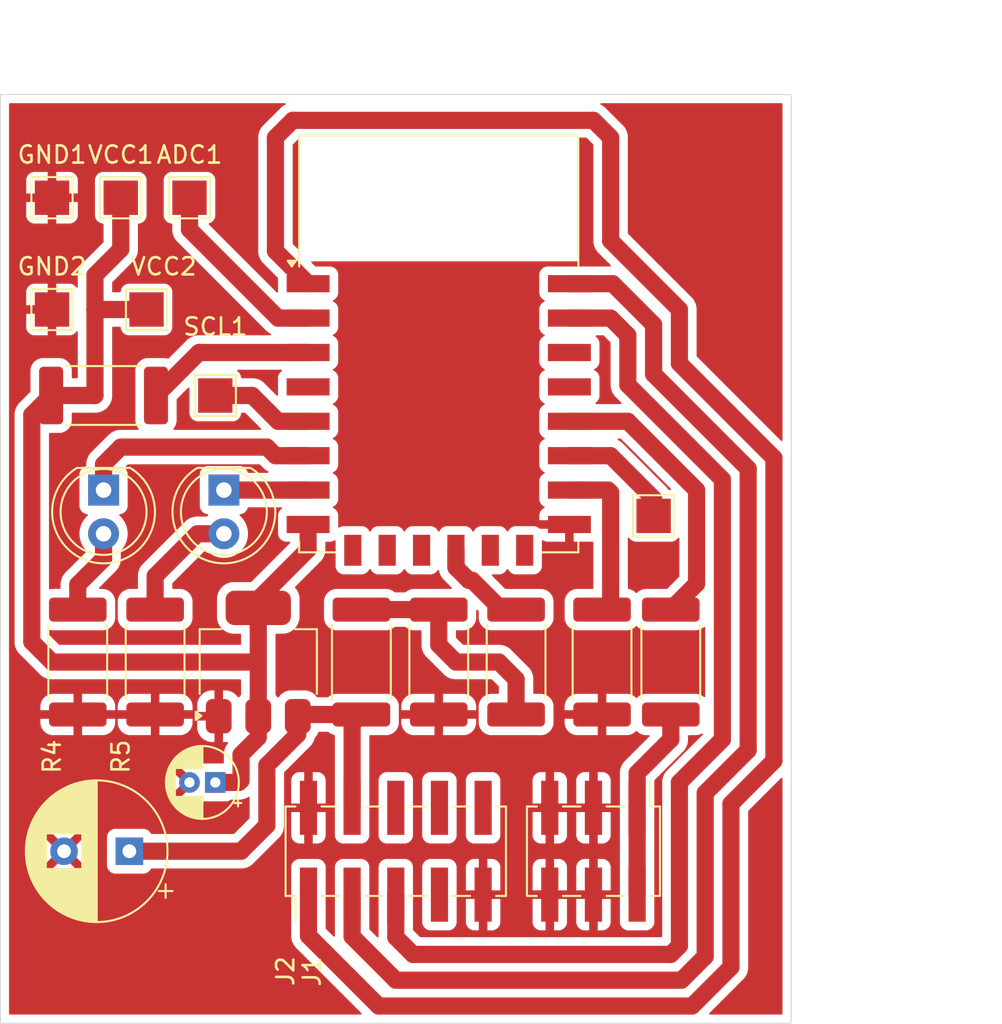
<source format=kicad_pcb>
(kicad_pcb (version 20240108) (generator "pcbnew") (generator_version "8.0")
  (layers (0 "F.Cu" signal) (31 "B.Cu" signal) (34 "B.Paste" user) (35 "F.Paste" user) (36 "B.SilkS" user "B.Silkscreen") (37 "F.SilkS" user "F.Silkscreen") (38 "B.Mask" user) (39 "F.Mask" user) (44 "Edge.Cuts" user))
  (net 0 "")
  (net 1 "Net-(U1-EN)")
  (net 2 "Net-(U1-GPIO15)")
  (net 7 "TX")
  (net 8 "Net-(U1-GPIO10)")
  (net 9 "RESET")
  (net 10 "RX")
  (net 15 "Net-(U1-GPIO0)")
  (net 16 "+BATT")
  (net 17 "Net-(D1-K)")
  (net 18 "Net-(D1-A)")
  (net 19 "Net-(D2-K)")
  (net 20 "Net-(D2-A)")
  (net 21 "Net-(J1-Pin_1)")
  (net 22 "Net-(U1-ADC)")
  (net 23 "-BATT")
  (net 24 "Net-(U1-VCC)")
  (net 25 "Net-(U1-GPIO14)")
  (net 26 "Net-(U1-GPIO2)")
  (net 27 "Net-(R6-Pad2)")
  (footprint "Resistor_SMD:R_2512_6332Metric_Pad1.40x3.35mm_HandSolder" (layer "F.Cu") (at 112.5 92)
    (property "Reference" "R1" (hide yes))
    (property "Value" "10k" (hide yes))
    (pad "1" smd roundrect (at -3.05 0) (size 1.4 3.35) (layers "F.Cu" "F.Paste" "F.Mask") (roundrect_rratio 0.178571) (net 24 "Net-(U1-VCC)"))
    (pad "2" smd roundrect (at 3.05 0) (size 1.4 3.35) (layers "F.Cu" "F.Paste" "F.Mask") (roundrect_rratio 0.178571) (net 1 "Net-(U1-EN)"))
  )
  (footprint "TestPoint:TestPoint_Pad_2.0x2.0mm" (layer "F.Cu") (at 144.5 99)
    (property "Reference" "SDA1" (hide yes))
    (property "Value" "OUT" (hide yes))
    (pad "1" smd rect (at 0 0) (size 2 2) (layers "F.Cu" "F.Mask") (net 26 "Net-(U1-GPIO2)"))
  )
  (footprint "TestPoint:TestPoint_Pad_2.0x2.0mm" (layer "F.Cu") (at 109.5 87)
    (property "Reference" "GND2" (at 0 -2.5 0) (layer "F.SilkS"))
    (property "Value" "OUT")
    (pad "1" smd rect (at 0 0) (size 2 2) (layers "F.Cu" "F.Mask") (net 23 "-BATT"))
  )
  (footprint "Resistor_SMD:R_2512_6332Metric_Pad1.40x3.35mm_HandSolder" (layer "F.Cu") (at 141.5 107.5 -90)
    (property "Reference" "R2" (hide yes))
    (property "Value" "10k" (hide yes))
    (pad "1" smd roundrect (at -3.05 0 270) (size 1.4 3.35) (layers "F.Cu" "F.Paste" "F.Mask") (roundrect_rratio 0.178571) (net 2 "Net-(U1-GPIO15)"))
    (pad "2" smd roundrect (at 3.05 0 270) (size 1.4 3.35) (layers "F.Cu" "F.Paste" "F.Mask") (roundrect_rratio 0.178571) (net 23 "-BATT"))
  )
  (footprint "LED_THT:LED_D5.0mm" (layer "F.Cu") (at 119.5 97.5 -90)
    (property "Reference" "D2" (hide yes))
    (property "Value" "LED" (hide yes))
    (pad "1" thru_hole rect (at 0 0 270) (size 1.8 1.8) (drill 0.9) (layers "*.Cu" "*.Mask") (net 19 "Net-(D2-K)"))
    (pad "2" thru_hole circle (at 2.54 0 270) (size 1.8 1.8) (drill 0.9) (layers "*.Cu" "*.Mask") (net 20 "Net-(D2-A)"))
  )
  (footprint "Resistor_SMD:R_2512_6332Metric_Pad1.40x3.35mm_HandSolder" (layer "F.Cu") (at 145.5 107.5 90)
    (property "Reference" "R3" (hide yes))
    (property "Value" "10k" (hide yes))
    (pad "1" smd roundrect (at -3.05 0 90) (size 1.4 3.35) (layers "F.Cu" "F.Paste" "F.Mask") (roundrect_rratio 0.178571) (net 21 "Net-(J1-Pin_1)"))
    (pad "2" smd roundrect (at 3.05 0 90) (size 1.4 3.35) (layers "F.Cu" "F.Paste" "F.Mask") (roundrect_rratio 0.178571) (net 15 "Net-(U1-GPIO0)"))
  )
  (footprint "Capacitor_THT:CP_Radial_D4.0mm_P1.50mm" (layer "F.Cu") (at 119 114.5 180)
    (property "Reference" "C2" (hide yes))
    (property "Value" "10v 47UF" (hide yes))
    (pad "1" thru_hole rect (at 0 0 180) (size 1.2 1.2) (drill 0.6) (layers "*.Cu" "*.Mask") (net 24 "Net-(U1-VCC)"))
    (pad "2" thru_hole circle (at 1.5 0 180) (size 1.2 1.2) (drill 0.6) (layers "*.Cu" "*.Mask") (net 23 "-BATT"))
  )
  (footprint "Package_TO_SOT_SMD:SOT-223-3_TabPin2" (layer "F.Cu") (at 121.5 107.5 90)
    (property "Reference" "U2" (hide yes))
    (property "Value" "AMS1117-3.3" (hide yes))
    (pad "1" smd roundrect (at -3.15 -2.3 90) (size 2 1.5) (layers "F.Cu" "F.Paste" "F.Mask") (net 23 "-BATT"))
    (pad "2" smd roundrect (at -3.149999 0 90) (size 2 1.5) (layers "F.Cu" "F.Paste" "F.Mask") (net 24 "Net-(U1-VCC)"))
    (pad "2" smd roundrect (at 3.149999 0 90) (size 2 3.8) (layers "F.Cu" "F.Paste" "F.Mask") (net 24 "Net-(U1-VCC)"))
    (pad "3" smd roundrect (at -3.15 2.3 90) (size 2 1.5) (layers "F.Cu" "F.Paste" "F.Mask") (net 16 "+BATT"))
  )
  (footprint "TestPoint:TestPoint_Pad_2.0x2.0mm" (layer "F.Cu") (at 119 92)
    (property "Reference" "SCL1" (at 0 -4 0) (layer "F.SilkS"))
    (property "Value" "OUT")
    (pad "1" smd rect (at 0 0) (size 2 2) (layers "F.Cu" "F.Mask") (net 25 "Net-(U1-GPIO14)"))
  )
  (footprint "Resistor_SMD:R_2512_6332Metric_Pad1.40x3.35mm_HandSolder" (layer "F.Cu") (at 136.5 107.5 90)
    (property "Reference" "R8" (hide yes))
    (property "Value" "10k" (hide yes))
    (pad "1" smd roundrect (at -3.05 0 90) (size 1.4 3.35) (layers "F.Cu" "F.Paste" "F.Mask") (roundrect_rratio 0.178571) (net 27 "Net-(R6-Pad2)"))
    (pad "2" smd roundrect (at 3.05 0 90) (size 1.4 3.35) (layers "F.Cu" "F.Paste" "F.Mask") (roundrect_rratio 0.178571) (net 8 "Net-(U1-GPIO10)"))
  )
  (footprint "TestPoint:TestPoint_Pad_2.0x2.0mm" (layer "F.Cu") (at 115 87)
    (property "Reference" "VCC2" (at 1 -2.5 0) (layer "F.SilkS"))
    (property "Value" "OUT")
    (pad "1" smd rect (at 0 0) (size 2 2) (layers "F.Cu" "F.Mask") (net 24 "Net-(U1-VCC)"))
  )
  (footprint "TestPoint:TestPoint_Pad_2.0x2.0mm" (layer "F.Cu") (at 109.5 80.5)
    (property "Reference" "GND1" (at 0 -2.5 0) (layer "F.SilkS"))
    (property "Value" "OUT")
    (pad "1" smd rect (at 0 0) (size 2 2) (layers "F.Cu" "F.Mask") (net 23 "-BATT"))
  )
  (footprint "Connector_PinHeader_2.54mm:PinHeader_2x05_P2.54mm_Vertical_SMD" (layer "F.Cu") (at 129.5 118.5 90)
    (property "Reference" "J2" (at -6.975 -6.42 90) (layer "F.SilkS"))
    (property "Value" "input" (hide yes))
    (pad "1" smd rect (at -2.525 -5.08 90) (size 3.15 1) (layers "F.Cu" "F.Paste" "F.Mask") (net 9 "RESET"))
    (pad "2" smd rect (at 2.525 -5.08 90) (size 3.15 1) (layers "F.Cu" "F.Paste" "F.Mask") (net 23 "-BATT"))
    (pad "3" smd rect (at -2.525 -2.54 90) (size 3.15 1) (layers "F.Cu" "F.Paste" "F.Mask") (net 7 "TX"))
    (pad "4" smd rect (at 2.525 -2.54 90) (size 3.15 1) (layers "F.Cu" "F.Paste" "F.Mask") (net 16 "+BATT"))
    (pad "5" smd rect (at -2.525001 0 90) (size 3.15 1) (layers "F.Cu" "F.Paste" "F.Mask") (net 10 "RX"))
    (pad "6" smd rect (at 2.525001 0 90) (size 3.15 1) (layers "F.Cu" "F.Paste" "F.Mask") (net 10 "RX"))
    (pad "7" smd rect (at -2.525 2.54 90) (size 3.15 1) (layers "F.Cu" "F.Paste" "F.Mask") (net 16 "+BATT"))
    (pad "8" smd rect (at 2.525 2.54 90) (size 3.15 1) (layers "F.Cu" "F.Paste" "F.Mask") (net 7 "TX"))
    (pad "9" smd rect (at -2.525 5.08 90) (size 3.15 1) (layers "F.Cu" "F.Paste" "F.Mask") (net 23 "-BATT"))
    (pad "10" smd rect (at 2.525 5.08 90) (size 3.15 1) (layers "F.Cu" "F.Paste" "F.Mask") (net 9 "RESET"))
  )
  (footprint "LED_THT:LED_D5.0mm" (layer "F.Cu") (at 112.5 97.5 -90)
    (property "Reference" "D1" (hide yes))
    (property "Value" "LED" (hide yes))
    (pad "1" thru_hole rect (at 0 0 270) (size 1.8 1.8) (drill 0.9) (layers "*.Cu" "*.Mask") (net 17 "Net-(D1-K)"))
    (pad "2" thru_hole circle (at 2.54 0 270) (size 1.8 1.8) (drill 0.9) (layers "*.Cu" "*.Mask") (net 18 "Net-(D1-A)"))
  )
  (footprint "RF_Module:ESP-12E" (layer "F.Cu") (at 132 89)
    (property "Reference" "U1" (hide yes))
    (property "Value" "ESP-12F" (hide yes))
    (pad "1" smd rect (at -7.6 -3.5) (size 2.5 1) (layers "F.Cu" "F.Paste" "F.Mask") (net 9 "RESET"))
    (pad "2" smd rect (at -7.6 -1.5) (size 2.5 1) (layers "F.Cu" "F.Paste" "F.Mask") (net 22 "Net-(U1-ADC)"))
    (pad "3" smd rect (at -7.6 0.5) (size 2.5 1) (layers "F.Cu" "F.Paste" "F.Mask") (net 1 "Net-(U1-EN)"))
    (pad "4" smd rect (at -7.6 2.5) (size 2.5 1) (layers "F.Cu" "F.Paste" "F.Mask"))
    (pad "5" smd rect (at -7.6 4.5) (size 2.5 1) (layers "F.Cu" "F.Paste" "F.Mask") (net 25 "Net-(U1-GPIO14)"))
    (pad "6" smd rect (at -7.6 6.5) (size 2.5 1) (layers "F.Cu" "F.Paste" "F.Mask") (net 17 "Net-(D1-K)"))
    (pad "7" smd rect (at -7.6 8.5) (size 2.5 1) (layers "F.Cu" "F.Paste" "F.Mask") (net 19 "Net-(D2-K)"))
    (pad "8" smd rect (at -7.6 10.5) (size 2.5 1) (layers "F.Cu" "F.Paste" "F.Mask") (net 24 "Net-(U1-VCC)"))
    (pad "9" smd rect (at -5 12) (size 1 1.8) (layers "F.Cu" "F.Paste" "F.Mask"))
    (pad "10" smd rect (at -3 12) (size 1 1.8) (layers "F.Cu" "F.Paste" "F.Mask"))
    (pad "11" smd rect (at -1 12) (size 1 1.8) (layers "F.Cu" "F.Paste" "F.Mask"))
    (pad "12" smd rect (at 1 12) (size 1 1.8) (layers "F.Cu" "F.Paste" "F.Mask") (net 8 "Net-(U1-GPIO10)"))
    (pad "13" smd rect (at 3 12) (size 1 1.8) (layers "F.Cu" "F.Paste" "F.Mask"))
    (pad "14" smd rect (at 5 12) (size 1 1.8) (layers "F.Cu" "F.Paste" "F.Mask"))
    (pad "15" smd rect (at 7.6 10.5) (size 2.5 1) (layers "F.Cu" "F.Paste" "F.Mask") (net 23 "-BATT"))
    (pad "16" smd rect (at 7.6 8.5) (size 2.5 1) (layers "F.Cu" "F.Paste" "F.Mask") (net 2 "Net-(U1-GPIO15)"))
    (pad "17" smd rect (at 7.6 6.5) (size 2.5 1) (layers "F.Cu" "F.Paste" "F.Mask") (net 26 "Net-(U1-GPIO2)"))
    (pad "18" smd rect (at 7.6 4.5) (size 2.5 1) (layers "F.Cu" "F.Paste" "F.Mask") (net 15 "Net-(U1-GPIO0)"))
    (pad "19" smd rect (at 7.6 2.5) (size 2.5 1) (layers "F.Cu" "F.Paste" "F.Mask"))
    (pad "20" smd rect (at 7.6 0.5) (size 2.5 1) (layers "F.Cu" "F.Paste" "F.Mask"))
    (pad "21" smd rect (at 7.6 -1.5) (size 2.5 1) (layers "F.Cu" "F.Paste" "F.Mask") (net 10 "RX"))
    (pad "22" smd rect (at 7.6 -3.5) (size 2.5 1) (layers "F.Cu" "F.Paste" "F.Mask") (net 7 "TX"))
    (zone (net 0) (net_name "") (layers "*.Cu") (connect_pads (clearance 0)) (min_thickness 0.254)
      (keepout (tracks not_allowed) (vias not_allowed) (pads not_allowed) (copperpour not_allowed) (footprints not_allowed))
      (fill (thermal_gap 0.508) (thermal_bridge_width 0.508))
      (polygon (pts (xy 123.88 84.2) (xy 140.12 84.2) (xy 140.12 76.88) (xy 123.88 76.88)))
    )
  )
  (footprint "Resistor_SMD:R_2512_6332Metric_Pad1.40x3.35mm_HandSolder" (layer "F.Cu") (at 111 107.5 90)
    (property "Reference" "R4" (at -5.5 -1.5 90) (layer "F.SilkS"))
    (property "Value" "200" (hide yes))
    (pad "1" smd roundrect (at -3.05 0 90) (size 1.4 3.35) (layers "F.Cu" "F.Paste" "F.Mask") (roundrect_rratio 0.178571) (net 23 "-BATT"))
    (pad "2" smd roundrect (at 3.05 0 90) (size 1.4 3.35) (layers "F.Cu" "F.Paste" "F.Mask") (roundrect_rratio 0.178571) (net 18 "Net-(D1-A)"))
  )
  (footprint "Capacitor_THT:CP_Radial_D8.0mm_P3.80mm" (layer "F.Cu") (at 114 118.5 180)
    (property "Reference" "C1" (hide yes))
    (property "Value" "10V 1000UF" (hide yes))
    (pad "1" thru_hole rect (at 0 0 180) (size 1.6 1.6) (drill 0.8) (layers "*.Cu" "*.Mask") (net 16 "+BATT"))
    (pad "2" thru_hole circle (at 3.8 0 180) (size 1.6 1.6) (drill 0.8) (layers "*.Cu" "*.Mask") (net 23 "-BATT"))
  )
  (footprint "TestPoint:TestPoint_Pad_2.0x2.0mm" (layer "F.Cu") (at 117.5 80.5)
    (property "Reference" "ADC1" (at 0 -2.5 0) (layer "F.SilkS"))
    (property "Value" "OUT")
    (pad "1" smd rect (at 0 0) (size 2 2) (layers "F.Cu" "F.Mask") (net 22 "Net-(U1-ADC)"))
  )
  (footprint "Resistor_SMD:R_2512_6332Metric_Pad1.40x3.35mm_HandSolder" (layer "F.Cu") (at 115.5 107.5 90)
    (property "Reference" "R5" (at -5.5 -2 90) (layer "F.SilkS"))
    (property "Value" "200" (hide yes))
    (pad "1" smd roundrect (at -3.05 0 90) (size 1.4 3.35) (layers "F.Cu" "F.Paste" "F.Mask") (roundrect_rratio 0.178571) (net 23 "-BATT"))
    (pad "2" smd roundrect (at 3.05 0 90) (size 1.4 3.35) (layers "F.Cu" "F.Paste" "F.Mask") (roundrect_rratio 0.178571) (net 20 "Net-(D2-A)"))
  )
  (footprint "TestPoint:TestPoint_Pad_2.0x2.0mm" (layer "F.Cu") (at 113.5 80.5)
    (property "Reference" "VCC1" (at 0 -2.5 0) (layer "F.SilkS"))
    (property "Value" "OUT")
    (pad "1" smd rect (at 0 0) (size 2 2) (layers "F.Cu" "F.Mask") (net 24 "Net-(U1-VCC)"))
  )
  (footprint "Connector_PinHeader_2.54mm:PinHeader_2x03_P2.54mm_Vertical_SMD" (layer "F.Cu") (at 141 118.5 -90)
    (property "Reference" "J1" (at 7 16.38 90) (layer "F.SilkS"))
    (property "Value" "Boot Switch" (hide yes))
    (pad "1" smd rect (at -2.525 -2.54 270) (size 3.15 1) (layers "F.Cu" "F.Paste" "F.Mask") (net 21 "Net-(J1-Pin_1)"))
    (pad "2" smd rect (at -2.525001 0 270) (size 3.15 1) (layers "F.Cu" "F.Paste" "F.Mask") (net 23 "-BATT"))
    (pad "3" smd rect (at -2.525 2.54 270) (size 3.15 1) (layers "F.Cu" "F.Paste" "F.Mask") (net 23 "-BATT"))
    (pad "4" smd rect (at 2.525 -2.54 270) (size 3.15 1) (layers "F.Cu" "F.Paste" "F.Mask") (net 21 "Net-(J1-Pin_1)"))
    (pad "5" smd rect (at 2.525001 0 270) (size 3.15 1) (layers "F.Cu" "F.Paste" "F.Mask") (net 23 "-BATT"))
    (pad "6" smd rect (at 2.525 2.54 270) (size 3.15 1) (layers "F.Cu" "F.Paste" "F.Mask") (net 23 "-BATT"))
  )
  (footprint "Resistor_SMD:R_2512_6332Metric_Pad1.40x3.35mm_HandSolder" (layer "F.Cu") (at 132 107.5 -90)
    (property "Reference" "R7" (hide yes))
    (property "Value" "idk" (hide yes))
    (pad "1" smd roundrect (at -3.05 0 270) (size 1.4 3.35) (layers "F.Cu" "F.Paste" "F.Mask") (roundrect_rratio 0.178571) (net 27 "Net-(R6-Pad2)"))
    (pad "2" smd roundrect (at 3.05 0 270) (size 1.4 3.35) (layers "F.Cu" "F.Paste" "F.Mask") (roundrect_rratio 0.178571) (net 23 "-BATT"))
  )
  (footprint "Resistor_SMD:R_2512_6332Metric_Pad1.40x3.35mm_HandSolder" (layer "F.Cu") (at 127.5 107.5 90)
    (property "Reference" "R6" (hide yes))
    (property "Value" "idk" (hide yes))
    (pad "1" smd roundrect (at -3.05 0 90) (size 1.4 3.35) (layers "F.Cu" "F.Paste" "F.Mask") (roundrect_rratio 0.178571) (net 16 "+BATT"))
    (pad "2" smd roundrect (at 3.05 0 90) (size 1.4 3.35) (layers "F.Cu" "F.Paste" "F.Mask") (roundrect_rratio 0.178571) (net 27 "Net-(R6-Pad2)"))
  )
  (gr_rect (start 106.5 74.5) (end 152.5 128.5) (stroke (width 0.05)) (fill none) (layer "Edge.Cuts"))
  (segment (start 115.55 92) (end 118.05 89.5) (width 1) (layer "F.Cu") (net 1))
  (segment (start 118.05 89.5) (end 124.4 89.5) (width 1) (layer "F.Cu") (net 1))
  (segment (start 142 103.95) (end 142 97.65) (width 1) (layer "F.Cu") (net 2))
  (segment (start 141.5 104.45) (end 142 103.95) (width 1) (layer "F.Cu") (net 2))
  (segment (start 142 97.65) (end 141.85 97.5) (width 1) (layer "F.Cu") (net 2))
  (segment (start 141.85 97.5) (end 139.6 97.5) (width 1) (layer "F.Cu") (net 2))
  (segment (start 139.6 85.5) (end 142.12132 85.5) (width 1) (layer "F.Cu") (net 7))
  (segment (start 150 112.62132) (end 147.5 115.12132) (width 1) (layer "F.Cu") (net 7))
  (segment (start 129.5 126) (end 126.96 123.46) (width 1) (layer "F.Cu") (net 7))
  (segment (start 146.12132 126) (end 129.5 126) (width 1) (layer "F.Cu") (net 7))
  (segment (start 126.96 123.46) (end 126.96 121.025) (width 1) (layer "F.Cu") (net 7))
  (segment (start 147.5 124.62132) (end 146.12132 126) (width 1) (layer "F.Cu") (net 7))
  (segment (start 142.12132 85.5) (end 144.5 87.87868) (width 1) (layer "F.Cu") (net 7))
  (segment (start 147.5 115.12132) (end 147.5 124.62132) (width 1) (layer "F.Cu") (net 7))
  (segment (start 144.5 87.87868) (end 144.5 90.75736) (width 1) (layer "F.Cu") (net 7))
  (segment (start 144.5 90.75736) (end 150 96.25736) (width 1) (layer "F.Cu") (net 7))
  (segment (start 150 96.25736) (end 150 112.62132) (width 1) (layer "F.Cu") (net 7))
  (segment (start 133.949694 102.75) (end 133.75 102.75) (width 1) (layer "F.Cu") (net 8))
  (segment (start 133.75 102.75) (end 133 102) (width 1) (layer "F.Cu") (net 8))
  (segment (start 135.649694 104.45) (end 133.949694 102.75) (width 1) (layer "F.Cu") (net 8))
  (segment (start 133 102) (end 133 101) (width 1) (layer "F.Cu") (net 8))
  (segment (start 136.5 104.45) (end 135.649694 104.45) (width 1) (layer "F.Cu") (net 8))
  (segment (start 142 83) (end 146 87) (width 1) (layer "F.Cu") (net 9))
  (segment (start 141 76) (end 142 77) (width 1) (layer "F.Cu") (net 9))
  (segment (start 151.5 95.63604) (end 151.5 113.24264) (width 1) (layer "F.Cu") (net 9))
  (segment (start 124.42 123.42) (end 124.42 121.025) (width 1) (layer "F.Cu") (net 9))
  (segment (start 146 87) (end 146 90.13604) (width 1) (layer "F.Cu") (net 9))
  (segment (start 128.5 127.5) (end 124.42 123.42) (width 1) (layer "F.Cu") (net 9))
  (segment (start 123.5 76) (end 141 76) (width 1) (layer "F.Cu") (net 9))
  (segment (start 149 115.74264) (end 149 125.24264) (width 1) (layer "F.Cu") (net 9))
  (segment (start 146.74264 127.5) (end 128.5 127.5) (width 1) (layer "F.Cu") (net 9))
  (segment (start 124.4 85.5) (end 122.5 83.6) (width 1) (layer "F.Cu") (net 9))
  (segment (start 146 90.13604) (end 151.5 95.63604) (width 1) (layer "F.Cu") (net 9))
  (segment (start 122.5 77) (end 123.5 76) (width 1) (layer "F.Cu") (net 9))
  (segment (start 151.5 113.24264) (end 149 115.74264) (width 1) (layer "F.Cu") (net 9))
  (segment (start 142 77) (end 142 83) (width 1) (layer "F.Cu") (net 9))
  (segment (start 149 125.24264) (end 146.74264 127.5) (width 1) (layer "F.Cu") (net 9))
  (segment (start 122.5 83.6) (end 122.5 77) (width 1) (layer "F.Cu") (net 9))
  (segment (start 146 124) (end 145.5 124.5) (width 1) (layer "F.Cu") (net 10))
  (segment (start 143 91.37868) (end 148.5 96.87868) (width 1) (layer "F.Cu") (net 10))
  (segment (start 148.5 96.87868) (end 148.5 112) (width 1) (layer "F.Cu") (net 10))
  (segment (start 145.5 124.5) (end 130.5 124.5) (width 1) (layer "F.Cu") (net 10))
  (segment (start 146 114.5) (end 146 124) (width 1) (layer "F.Cu") (net 10))
  (segment (start 130.5 124.5) (end 129.5 123.5) (width 1) (layer "F.Cu") (net 10))
  (segment (start 143 88.5) (end 143 91.37868) (width 1) (layer "F.Cu") (net 10))
  (segment (start 142 87.5) (end 143 88.5) (width 1) (layer "F.Cu") (net 10))
  (segment (start 139.6 87.5) (end 142 87.5) (width 1) (layer "F.Cu") (net 10))
  (segment (start 148.5 112) (end 146 114.5) (width 1) (layer "F.Cu") (net 10))
  (segment (start 129.5 123.5) (end 129.5 121.025001) (width 1) (layer "F.Cu") (net 10))
  (segment (start 147 97.5) (end 143 93.5) (width 1) (layer "F.Cu") (net 15))
  (segment (start 147 102.95) (end 147 97.5) (width 1) (layer "F.Cu") (net 15))
  (segment (start 143 93.5) (end 139.6 93.5) (width 1) (layer "F.Cu") (net 15))
  (segment (start 145.5 104.45) (end 147 102.95) (width 1) (layer "F.Cu") (net 15))
  (segment (start 122 113.5) (end 122 117) (width 1) (layer "F.Cu") (net 16))
  (segment (start 127.5 110.55) (end 123.9 110.55) (width 1) (layer "F.Cu") (net 16))
  (segment (start 123.8 111.7) (end 122 113.5) (width 1) (layer "F.Cu") (net 16))
  (segment (start 126.96 115.975) (end 126.96 111.09) (width 1) (layer "F.Cu") (net 16))
  (segment (start 123.8 110.65) (end 123.8 111.7) (width 1) (layer "F.Cu") (net 16))
  (segment (start 120.5 118.5) (end 114 118.5) (width 1) (layer "F.Cu") (net 16))
  (segment (start 122 117) (end 120.5 118.5) (width 1) (layer "F.Cu") (net 16))
  (segment (start 126.96 111.09) (end 127.5 110.55) (width 1) (layer "F.Cu") (net 16))
  (segment (start 123.9 110.55) (end 123.8 110.65) (width 1) (layer "F.Cu") (net 16))
  (segment (start 112.5 96) (end 112.5 97.5) (width 1) (layer "F.Cu") (net 17))
  (segment (start 122 95) (end 113.5 95) (width 1) (layer "F.Cu") (net 17))
  (segment (start 122.5 95.5) (end 122 95) (width 1) (layer "F.Cu") (net 17))
  (segment (start 124.4 95.5) (end 122.5 95.5) (width 1) (layer "F.Cu") (net 17))
  (segment (start 113.5 95) (end 112.5 96) (width 1) (layer "F.Cu") (net 17))
  (segment (start 112.5 101.5) (end 111 103) (width 1) (layer "F.Cu") (net 18))
  (segment (start 111 103) (end 111 104.45) (width 1) (layer "F.Cu") (net 18))
  (segment (start 112.5 100.04) (end 112.5 101.5) (width 1) (layer "F.Cu") (net 18))
  (segment (start 119.5 97.5) (end 124.4 97.5) (width 1) (layer "F.Cu") (net 19))
  (segment (start 115.5 102.5) (end 115.5 104.45) (width 1) (layer "F.Cu") (net 20))
  (segment (start 117.96 100.04) (end 115.5 102.5) (width 1) (layer "F.Cu") (net 20))
  (segment (start 119.5 100.04) (end 117.96 100.04) (width 1) (layer "F.Cu") (net 20))
  (segment (start 143.54 121.025) (end 143.54 115.975) (width 1) (layer "F.Cu") (net 21))
  (segment (start 143.54 113.96) (end 145.5 112) (width 1) (layer "F.Cu") (net 21))
  (segment (start 143.54 115.975) (end 143.54 113.96) (width 1) (layer "F.Cu") (net 21))
  (segment (start 145.5 112) (end 145.5 110.55) (width 1) (layer "F.Cu") (net 21))
  (segment (start 124.4 87.5) (end 122.65 87.5) (width 1) (layer "F.Cu") (net 22))
  (segment (start 117.5 82.35) (end 117.5 80.5) (width 1) (layer "F.Cu") (net 22))
  (segment (start 122.65 87.5) (end 117.5 82.35) (width 1) (layer "F.Cu") (net 22))
  (segment (start 121.5 110.649999) (end 121.5 111.87868) (width 1) (layer "F.Cu") (net 24))
  (segment (start 121.5 111.87868) (end 120.5 112.87868) (width 1) (layer "F.Cu") (net 24))
  (segment (start 112 85) (end 113.5 83.5) (width 1) (layer "F.Cu") (net 24))
  (segment (start 120.5 112.87868) (end 120.5 114.37868) (width 1) (layer "F.Cu") (net 24))
  (segment (start 112 92) (end 112 87) (width 1) (layer "F.Cu") (net 24))
  (segment (start 115 87.43934) (end 115 87) (width 1) (layer "F.Cu") (net 24))
  (segment (start 112 87) (end 115 87) (width 1) (layer "F.Cu") (net 24))
  (segment (start 120.5 114.37868) (end 120.37868 114.5) (width 1) (layer "F.Cu") (net 24))
  (segment (start 124.4 99.5) (end 124.4 100.950001) (width 1) (layer "F.Cu") (net 24))
  (segment (start 109.5 107.5) (end 108.325 106.325) (width 1) (layer "F.Cu") (net 24))
  (segment (start 121.5 107.5) (end 109.5 107.5) (width 1) (layer "F.Cu") (net 24))
  (segment (start 121.5 107) (end 121.5 110.649999) (width 1) (layer "F.Cu") (net 24))
  (segment (start 108.325 93.125) (end 109.45 92) (width 1) (layer "F.Cu") (net 24))
  (segment (start 113.5 83.5) (end 113.5 80.5) (width 1) (layer "F.Cu") (net 24))
  (segment (start 108.325 106.325) (end 108.325 93.125) (width 1) (layer "F.Cu") (net 24))
  (segment (start 121.5 104.350001) (end 121.5 107) (width 1) (layer "F.Cu") (net 24))
  (segment (start 120.37868 114.5) (end 119.1 114.5) (width 1) (layer "F.Cu") (net 24))
  (segment (start 109.45 92) (end 112 92) (width 1) (layer "F.Cu") (net 24))
  (segment (start 124.4 100.950001) (end 121.5 103.850001) (width 1) (layer "F.Cu") (net 24))
  (segment (start 112 87) (end 112 85) (width 1) (layer "F.Cu") (net 24))
  (segment (start 121.5 103.850001) (end 121.5 104.350001) (width 1) (layer "F.Cu") (net 24))
  (segment (start 122.65 93.5) (end 124.4 93.5) (width 1) (layer "F.Cu") (net 25))
  (segment (start 119 92) (end 121.15 92) (width 1) (layer "F.Cu") (net 25))
  (segment (start 121.15 92) (end 122.65 93.5) (width 1) (layer "F.Cu") (net 25))
  (segment (start 144.5 98) (end 144.5 99) (width 1) (layer "F.Cu") (net 26))
  (segment (start 139.6 95.5) (end 142 95.5) (width 1) (layer "F.Cu") (net 26))
  (segment (start 142 95.5) (end 144.5 98) (width 1) (layer "F.Cu") (net 26))
  (segment (start 132 104.45) (end 132 106.5) (width 1) (layer "F.Cu") (net 27))
  (segment (start 127.5 104.45) (end 132 104.45) (width 1) (layer "F.Cu") (net 27))
  (segment (start 133 107.5) (end 135.5 107.5) (width 1) (layer "F.Cu") (net 27))
  (segment (start 135.5 107.5) (end 136.5 108.5) (width 1) (layer "F.Cu") (net 27))
  (segment (start 136.5 108.5) (end 136.5 110.55) (width 1) (layer "F.Cu") (net 27))
  (segment (start 132 106.5) (end 133 107.5) (width 1) (layer "F.Cu") (net 27))
  (zone (net 23) (net_name "-BATT") (layer "F.Cu") (connect_pads (clearance 0.2)) (min_thickness 0.1) (fill yes (thermal_gap 0.5) (thermal_bridge_width 0.5) (island_removal_mode 1) (island_area_min 10))
    (polygon (pts (xy 106.5 74.5) (xy 152.5 74.5) (xy 152.5 128.5) (xy 106.5 128.5)))
  )
)
</source>
